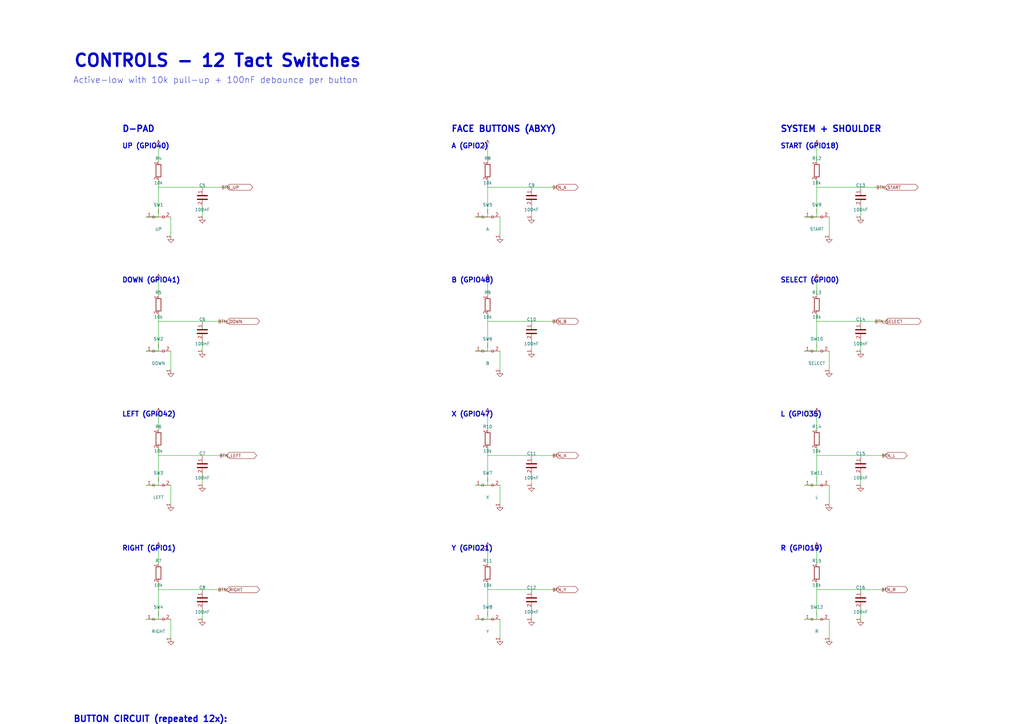
<source format=kicad_sch>
(kicad_sch (version 20231120) (generator "eeschema") (generator_version "9.0")
  (paper "A3")
  (title_block (title "Controls - 12 Buttons (SNES Layout)") (comment 1 "ESP32 Emu Turbo - Handheld Retro Console") (comment 2 "Generated by scripts/generate_schematics"))
  (lib_symbols
    (symbol "SW_Push" (pin_names (offset 1.016) hide)
      (property "Reference" "SW" (at 1.27 2.54 0))
      (property "Value" "SW_Push" (at 0 -1.524 0))
      (symbol "SW_Push_0_1"
        (circle (center -2.032 0) (radius 0.508))
        (circle (center 2.032 0) (radius 0.508))
        (polyline (pts (xy 0 1.524) (xy 0 3.048)))
        (polyline (pts (xy -2.54 0) (xy 2.54 0)))
      )
      (symbol "SW_Push_1_1"
        (pin passive line (at -5.08 0 0) (length 2.54) (name "1") (number "1"))
        (pin passive line (at 5.08 0 180) (length 2.54) (name "2") (number "2"))
      )
    )
    (symbol "R" (pin_names (offset 0) hide)
      (property "Reference" "R" (at 2.032 0 90))
      (property "Value" "R" (at -1.778 0 90))
      (symbol "R_0_1"
        (rectangle (start -1.016 -2.54) (end 1.016 2.54) (stroke (width 0.254)))
      )
      (symbol "R_1_1"
        (pin passive line (at 0 3.81 270) (length 1.27) (name "~") (number "1"))
        (pin passive line (at 0 -3.81 90) (length 1.27) (name "~") (number "2"))
      )
    )
    (symbol "C" (pin_names (offset 0.254) hide)
      (property "Reference" "C" (at 0.635 2.54 0))
      (property "Value" "C" (at 0.635 -2.54 0))
      (symbol "C_0_1"
        (polyline (pts (xy -2.032 -0.762) (xy 2.032 -0.762)) (stroke (width 0.508)))
        (polyline (pts (xy -2.032 0.762) (xy 2.032 0.762)) (stroke (width 0.508)))
      )
      (symbol "C_1_1"
        (pin passive line (at 0 3.81 270) (length 3.048) (name "~") (number "1"))
        (pin passive line (at 0 -3.81 90) (length 3.048) (name "~") (number "2"))
      )
    )
    (symbol "+3V3" (pin_names (offset 0) hide) (in_bom no) (on_board no)
      (property "Value" "+3V3" (at 0 3.81 0))
      (symbol "+3V3_0_1"
        (polyline (pts (xy -0.762 1.27) (xy 0 2.54)))
        (polyline (pts (xy 0 0) (xy 0 2.54)))
        (polyline (pts (xy 0 2.54) (xy 0.762 1.27)))
      )
      (symbol "+3V3_1_1"
        (pin power_in line (at 0 0 90) (length 0) (name "+3V3") (number "1"))
      )
    )
    (symbol "+5V" (pin_names (offset 0) hide) (in_bom no) (on_board no)
      (property "Value" "+5V" (at 0 3.81 0))
      (symbol "+5V_0_1"
        (polyline (pts (xy -0.762 1.27) (xy 0 2.54)))
        (polyline (pts (xy 0 0) (xy 0 2.54)))
        (polyline (pts (xy 0 2.54) (xy 0.762 1.27)))
      )
      (symbol "+5V_1_1"
        (pin power_in line (at 0 0 90) (length 0) (name "+5V") (number "1"))
      )
    )
    (symbol "GND" (pin_names (offset 0) hide) (in_bom no) (on_board no)
      (property "Value" "GND" (at 0 -3.81 0))
      (symbol "GND_0_1"
        (polyline (pts (xy 0 0) (xy 0 -1.27) (xy 1.27 -1.27) (xy 0 -2.54) (xy -1.27 -1.27) (xy 0 -1.27)))
      )
      (symbol "GND_1_1"
        (pin power_in line (at 0 0 270) (length 0) (name "GND") (number "1"))
      )
    )
  )
  (text "CONTROLS - 12 Tact Switches" (at 30 25 0) (effects (font (size 5 5) bold) (justify left)))
  (text "Active-low with 10k pull-up + 100nF debounce per button" (at 30 33 0) (effects (font (size 2.54 2.54)) (justify left)))
  (text "D-PAD" (at 50 53 0) (effects (font (size 2.54 2.54) bold) (justify left)))
  (text "FACE BUTTONS (ABXY)" (at 185 53 0) (effects (font (size 2.54 2.54) bold) (justify left)))
  (text "SYSTEM + SHOULDER" (at 320 53 0) (effects (font (size 2.54 2.54) bold) (justify left)))
  (text "UP (GPIO40)" (at 50 60 0) (effects (font (size 2 2) bold) (justify left)))
  (symbol (lib_id "R") (at 65 70 0) (unit 1)
    (property "Reference" "R4" (at 65 65 0))
    (property "Value" "10k" (at 65 75 0))
  )
  (symbol (lib_id "+3V3") (at 65 60 0) (unit 1) (in_bom no) (on_board no)
    (property "Reference" "#PWR001" (effects hide))
    (property "Value" "+3V3" (effects hide))
  )
  (wire (pts (xy 65 60) (xy 65 66.19)))
  (symbol (lib_id "C") (at 83 81 0) (unit 1)
    (property "Reference" "C5" (at 83 76 0))
    (property "Value" "100nF" (at 83 86 0))
  )
  (wire (pts (xy 65 73.81) (xy 65 76.81)))
  (wire (pts (xy 65 76.81) (xy 83 76.81)))
  (wire (pts (xy 83 76.81) (xy 83 77.19)))
  (symbol (lib_id "GND") (at 83 89 0) (unit 1) (in_bom no) (on_board no)
    (property "Reference" "#PWR002" (effects hide))
    (property "Value" "GND" (effects hide))
  )
  (wire (pts (xy 83 84.81) (xy 83 89)))
  (symbol (lib_id "SW_Push") (at 65 89 0) (unit 1)
    (property "Reference" "SW1" (at 65 84 0))
    (property "Value" "UP" (at 65 94 0))
  )
  (wire (pts (xy 65 76.81) (xy 65 89)))
  (wire (pts (xy 65 89) (xy 59.92 89)))
  (symbol (lib_id "GND") (at 70.08 97 0) (unit 1) (in_bom no) (on_board no)
    (property "Reference" "#PWR003" (effects hide))
    (property "Value" "GND" (effects hide))
  )
  (wire (pts (xy 70.08 89) (xy 70.08 97)))
  (global_label "BTN_UP" (shape bidirectional) (at 93 76.81 0))
  (wire (pts (xy 83 76.81) (xy 93 76.81)))
  (text "DOWN (GPIO41)" (at 50 115 0) (effects (font (size 2 2) bold) (justify left)))
  (symbol (lib_id "R") (at 65 125 0) (unit 1)
    (property "Reference" "R5" (at 65 120 0))
    (property "Value" "10k" (at 65 130 0))
  )
  (symbol (lib_id "+3V3") (at 65 115 0) (unit 1) (in_bom no) (on_board no)
    (property "Reference" "#PWR004" (effects hide))
    (property "Value" "+3V3" (effects hide))
  )
  (wire (pts (xy 65 115) (xy 65 121.19)))
  (symbol (lib_id "C") (at 83 136 0) (unit 1)
    (property "Reference" "C6" (at 83 131 0))
    (property "Value" "100nF" (at 83 141 0))
  )
  (wire (pts (xy 65 128.81) (xy 65 131.81)))
  (wire (pts (xy 65 131.81) (xy 83 131.81)))
  (wire (pts (xy 83 131.81) (xy 83 132.19)))
  (symbol (lib_id "GND") (at 83 144 0) (unit 1) (in_bom no) (on_board no)
    (property "Reference" "#PWR005" (effects hide))
    (property "Value" "GND" (effects hide))
  )
  (wire (pts (xy 83 139.81) (xy 83 144)))
  (symbol (lib_id "SW_Push") (at 65 144 0) (unit 1)
    (property "Reference" "SW2" (at 65 139 0))
    (property "Value" "DOWN" (at 65 149 0))
  )
  (wire (pts (xy 65 131.81) (xy 65 144)))
  (wire (pts (xy 65 144) (xy 59.92 144)))
  (symbol (lib_id "GND") (at 70.08 152 0) (unit 1) (in_bom no) (on_board no)
    (property "Reference" "#PWR006" (effects hide))
    (property "Value" "GND" (effects hide))
  )
  (wire (pts (xy 70.08 144) (xy 70.08 152)))
  (global_label "BTN_DOWN" (shape bidirectional) (at 93 131.81 0))
  (wire (pts (xy 83 131.81) (xy 93 131.81)))
  (text "LEFT (GPIO42)" (at 50 170 0) (effects (font (size 2 2) bold) (justify left)))
  (symbol (lib_id "R") (at 65 180 0) (unit 1)
    (property "Reference" "R6" (at 65 175 0))
    (property "Value" "10k" (at 65 185 0))
  )
  (symbol (lib_id "+3V3") (at 65 170 0) (unit 1) (in_bom no) (on_board no)
    (property "Reference" "#PWR007" (effects hide))
    (property "Value" "+3V3" (effects hide))
  )
  (wire (pts (xy 65 170) (xy 65 176.19)))
  (symbol (lib_id "C") (at 83 191 0) (unit 1)
    (property "Reference" "C7" (at 83 186 0))
    (property "Value" "100nF" (at 83 196 0))
  )
  (wire (pts (xy 65 183.81) (xy 65 186.81)))
  (wire (pts (xy 65 186.81) (xy 83 186.81)))
  (wire (pts (xy 83 186.81) (xy 83 187.19)))
  (symbol (lib_id "GND") (at 83 199 0) (unit 1) (in_bom no) (on_board no)
    (property "Reference" "#PWR008" (effects hide))
    (property "Value" "GND" (effects hide))
  )
  (wire (pts (xy 83 194.81) (xy 83 199)))
  (symbol (lib_id "SW_Push") (at 65 199 0) (unit 1)
    (property "Reference" "SW3" (at 65 194 0))
    (property "Value" "LEFT" (at 65 204 0))
  )
  (wire (pts (xy 65 186.81) (xy 65 199)))
  (wire (pts (xy 65 199) (xy 59.92 199)))
  (symbol (lib_id "GND") (at 70.08 207 0) (unit 1) (in_bom no) (on_board no)
    (property "Reference" "#PWR009" (effects hide))
    (property "Value" "GND" (effects hide))
  )
  (wire (pts (xy 70.08 199) (xy 70.08 207)))
  (global_label "BTN_LEFT" (shape bidirectional) (at 93 186.81 0))
  (wire (pts (xy 83 186.81) (xy 93 186.81)))
  (text "RIGHT (GPIO1)" (at 50 225 0) (effects (font (size 2 2) bold) (justify left)))
  (symbol (lib_id "R") (at 65 235 0) (unit 1)
    (property "Reference" "R7" (at 65 230 0))
    (property "Value" "10k" (at 65 240 0))
  )
  (symbol (lib_id "+3V3") (at 65 225 0) (unit 1) (in_bom no) (on_board no)
    (property "Reference" "#PWR010" (effects hide))
    (property "Value" "+3V3" (effects hide))
  )
  (wire (pts (xy 65 225) (xy 65 231.19)))
  (symbol (lib_id "C") (at 83 246 0) (unit 1)
    (property "Reference" "C8" (at 83 241 0))
    (property "Value" "100nF" (at 83 251 0))
  )
  (wire (pts (xy 65 238.81) (xy 65 241.81)))
  (wire (pts (xy 65 241.81) (xy 83 241.81)))
  (wire (pts (xy 83 241.81) (xy 83 242.19)))
  (symbol (lib_id "GND") (at 83 254 0) (unit 1) (in_bom no) (on_board no)
    (property "Reference" "#PWR011" (effects hide))
    (property "Value" "GND" (effects hide))
  )
  (wire (pts (xy 83 249.81) (xy 83 254)))
  (symbol (lib_id "SW_Push") (at 65 254 0) (unit 1)
    (property "Reference" "SW4" (at 65 249 0))
    (property "Value" "RIGHT" (at 65 259 0))
  )
  (wire (pts (xy 65 241.81) (xy 65 254)))
  (wire (pts (xy 65 254) (xy 59.92 254)))
  (symbol (lib_id "GND") (at 70.08 262 0) (unit 1) (in_bom no) (on_board no)
    (property "Reference" "#PWR012" (effects hide))
    (property "Value" "GND" (effects hide))
  )
  (wire (pts (xy 70.08 254) (xy 70.08 262)))
  (global_label "BTN_RIGHT" (shape bidirectional) (at 93 241.81 0))
  (wire (pts (xy 83 241.81) (xy 93 241.81)))
  (text "A (GPIO2)" (at 185 60 0) (effects (font (size 2 2) bold) (justify left)))
  (symbol (lib_id "R") (at 200 70 0) (unit 1)
    (property "Reference" "R8" (at 200 65 0))
    (property "Value" "10k" (at 200 75 0))
  )
  (symbol (lib_id "+3V3") (at 200 60 0) (unit 1) (in_bom no) (on_board no)
    (property "Reference" "#PWR013" (effects hide))
    (property "Value" "+3V3" (effects hide))
  )
  (wire (pts (xy 200 60) (xy 200 66.19)))
  (symbol (lib_id "C") (at 218 81 0) (unit 1)
    (property "Reference" "C9" (at 218 76 0))
    (property "Value" "100nF" (at 218 86 0))
  )
  (wire (pts (xy 200 73.81) (xy 200 76.81)))
  (wire (pts (xy 200 76.81) (xy 218 76.81)))
  (wire (pts (xy 218 76.81) (xy 218 77.19)))
  (symbol (lib_id "GND") (at 218 89 0) (unit 1) (in_bom no) (on_board no)
    (property "Reference" "#PWR014" (effects hide))
    (property "Value" "GND" (effects hide))
  )
  (wire (pts (xy 218 84.81) (xy 218 89)))
  (symbol (lib_id "SW_Push") (at 200 89 0) (unit 1)
    (property "Reference" "SW5" (at 200 84 0))
    (property "Value" "A" (at 200 94 0))
  )
  (wire (pts (xy 200 76.81) (xy 200 89)))
  (wire (pts (xy 200 89) (xy 194.92 89)))
  (symbol (lib_id "GND") (at 205.08 97 0) (unit 1) (in_bom no) (on_board no)
    (property "Reference" "#PWR015" (effects hide))
    (property "Value" "GND" (effects hide))
  )
  (wire (pts (xy 205.08 89) (xy 205.08 97)))
  (global_label "BTN_A" (shape bidirectional) (at 228 76.81 0))
  (wire (pts (xy 218 76.81) (xy 228 76.81)))
  (text "B (GPIO48)" (at 185 115 0) (effects (font (size 2 2) bold) (justify left)))
  (symbol (lib_id "R") (at 200 125 0) (unit 1)
    (property "Reference" "R9" (at 200 120 0))
    (property "Value" "10k" (at 200 130 0))
  )
  (symbol (lib_id "+3V3") (at 200 115 0) (unit 1) (in_bom no) (on_board no)
    (property "Reference" "#PWR016" (effects hide))
    (property "Value" "+3V3" (effects hide))
  )
  (wire (pts (xy 200 115) (xy 200 121.19)))
  (symbol (lib_id "C") (at 218 136 0) (unit 1)
    (property "Reference" "C10" (at 218 131 0))
    (property "Value" "100nF" (at 218 141 0))
  )
  (wire (pts (xy 200 128.81) (xy 200 131.81)))
  (wire (pts (xy 200 131.81) (xy 218 131.81)))
  (wire (pts (xy 218 131.81) (xy 218 132.19)))
  (symbol (lib_id "GND") (at 218 144 0) (unit 1) (in_bom no) (on_board no)
    (property "Reference" "#PWR017" (effects hide))
    (property "Value" "GND" (effects hide))
  )
  (wire (pts (xy 218 139.81) (xy 218 144)))
  (symbol (lib_id "SW_Push") (at 200 144 0) (unit 1)
    (property "Reference" "SW6" (at 200 139 0))
    (property "Value" "B" (at 200 149 0))
  )
  (wire (pts (xy 200 131.81) (xy 200 144)))
  (wire (pts (xy 200 144) (xy 194.92 144)))
  (symbol (lib_id "GND") (at 205.08 152 0) (unit 1) (in_bom no) (on_board no)
    (property "Reference" "#PWR018" (effects hide))
    (property "Value" "GND" (effects hide))
  )
  (wire (pts (xy 205.08 144) (xy 205.08 152)))
  (global_label "BTN_B" (shape bidirectional) (at 228 131.81 0))
  (wire (pts (xy 218 131.81) (xy 228 131.81)))
  (text "X (GPIO47)" (at 185 170 0) (effects (font (size 2 2) bold) (justify left)))
  (symbol (lib_id "R") (at 200 180 0) (unit 1)
    (property "Reference" "R10" (at 200 175 0))
    (property "Value" "10k" (at 200 185 0))
  )
  (symbol (lib_id "+3V3") (at 200 170 0) (unit 1) (in_bom no) (on_board no)
    (property "Reference" "#PWR019" (effects hide))
    (property "Value" "+3V3" (effects hide))
  )
  (wire (pts (xy 200 170) (xy 200 176.19)))
  (symbol (lib_id "C") (at 218 191 0) (unit 1)
    (property "Reference" "C11" (at 218 186 0))
    (property "Value" "100nF" (at 218 196 0))
  )
  (wire (pts (xy 200 183.81) (xy 200 186.81)))
  (wire (pts (xy 200 186.81) (xy 218 186.81)))
  (wire (pts (xy 218 186.81) (xy 218 187.19)))
  (symbol (lib_id "GND") (at 218 199 0) (unit 1) (in_bom no) (on_board no)
    (property "Reference" "#PWR020" (effects hide))
    (property "Value" "GND" (effects hide))
  )
  (wire (pts (xy 218 194.81) (xy 218 199)))
  (symbol (lib_id "SW_Push") (at 200 199 0) (unit 1)
    (property "Reference" "SW7" (at 200 194 0))
    (property "Value" "X" (at 200 204 0))
  )
  (wire (pts (xy 200 186.81) (xy 200 199)))
  (wire (pts (xy 200 199) (xy 194.92 199)))
  (symbol (lib_id "GND") (at 205.08 207 0) (unit 1) (in_bom no) (on_board no)
    (property "Reference" "#PWR021" (effects hide))
    (property "Value" "GND" (effects hide))
  )
  (wire (pts (xy 205.08 199) (xy 205.08 207)))
  (global_label "BTN_X" (shape bidirectional) (at 228 186.81 0))
  (wire (pts (xy 218 186.81) (xy 228 186.81)))
  (text "Y (GPIO21)" (at 185 225 0) (effects (font (size 2 2) bold) (justify left)))
  (symbol (lib_id "R") (at 200 235 0) (unit 1)
    (property "Reference" "R11" (at 200 230 0))
    (property "Value" "10k" (at 200 240 0))
  )
  (symbol (lib_id "+3V3") (at 200 225 0) (unit 1) (in_bom no) (on_board no)
    (property "Reference" "#PWR022" (effects hide))
    (property "Value" "+3V3" (effects hide))
  )
  (wire (pts (xy 200 225) (xy 200 231.19)))
  (symbol (lib_id "C") (at 218 246 0) (unit 1)
    (property "Reference" "C12" (at 218 241 0))
    (property "Value" "100nF" (at 218 251 0))
  )
  (wire (pts (xy 200 238.81) (xy 200 241.81)))
  (wire (pts (xy 200 241.81) (xy 218 241.81)))
  (wire (pts (xy 218 241.81) (xy 218 242.19)))
  (symbol (lib_id "GND") (at 218 254 0) (unit 1) (in_bom no) (on_board no)
    (property "Reference" "#PWR023" (effects hide))
    (property "Value" "GND" (effects hide))
  )
  (wire (pts (xy 218 249.81) (xy 218 254)))
  (symbol (lib_id "SW_Push") (at 200 254 0) (unit 1)
    (property "Reference" "SW8" (at 200 249 0))
    (property "Value" "Y" (at 200 259 0))
  )
  (wire (pts (xy 200 241.81) (xy 200 254)))
  (wire (pts (xy 200 254) (xy 194.92 254)))
  (symbol (lib_id "GND") (at 205.08 262 0) (unit 1) (in_bom no) (on_board no)
    (property "Reference" "#PWR024" (effects hide))
    (property "Value" "GND" (effects hide))
  )
  (wire (pts (xy 205.08 254) (xy 205.08 262)))
  (global_label "BTN_Y" (shape bidirectional) (at 228 241.81 0))
  (wire (pts (xy 218 241.81) (xy 228 241.81)))
  (text "START (GPIO18)" (at 320 60 0) (effects (font (size 2 2) bold) (justify left)))
  (symbol (lib_id "R") (at 335 70 0) (unit 1)
    (property "Reference" "R12" (at 335 65 0))
    (property "Value" "10k" (at 335 75 0))
  )
  (symbol (lib_id "+3V3") (at 335 60 0) (unit 1) (in_bom no) (on_board no)
    (property "Reference" "#PWR025" (effects hide))
    (property "Value" "+3V3" (effects hide))
  )
  (wire (pts (xy 335 60) (xy 335 66.19)))
  (symbol (lib_id "C") (at 353 81 0) (unit 1)
    (property "Reference" "C13" (at 353 76 0))
    (property "Value" "100nF" (at 353 86 0))
  )
  (wire (pts (xy 335 73.81) (xy 335 76.81)))
  (wire (pts (xy 335 76.81) (xy 353 76.81)))
  (wire (pts (xy 353 76.81) (xy 353 77.19)))
  (symbol (lib_id "GND") (at 353 89 0) (unit 1) (in_bom no) (on_board no)
    (property "Reference" "#PWR026" (effects hide))
    (property "Value" "GND" (effects hide))
  )
  (wire (pts (xy 353 84.81) (xy 353 89)))
  (symbol (lib_id "SW_Push") (at 335 89 0) (unit 1)
    (property "Reference" "SW9" (at 335 84 0))
    (property "Value" "START" (at 335 94 0))
  )
  (wire (pts (xy 335 76.81) (xy 335 89)))
  (wire (pts (xy 335 89) (xy 329.92 89)))
  (symbol (lib_id "GND") (at 340.08 97 0) (unit 1) (in_bom no) (on_board no)
    (property "Reference" "#PWR027" (effects hide))
    (property "Value" "GND" (effects hide))
  )
  (wire (pts (xy 340.08 89) (xy 340.08 97)))
  (global_label "BTN_START" (shape bidirectional) (at 363 76.81 0))
  (wire (pts (xy 353 76.81) (xy 363 76.81)))
  (text "SELECT (GPIO0)" (at 320 115 0) (effects (font (size 2 2) bold) (justify left)))
  (symbol (lib_id "R") (at 335 125 0) (unit 1)
    (property "Reference" "R13" (at 335 120 0))
    (property "Value" "10k" (at 335 130 0))
  )
  (symbol (lib_id "+3V3") (at 335 115 0) (unit 1) (in_bom no) (on_board no)
    (property "Reference" "#PWR028" (effects hide))
    (property "Value" "+3V3" (effects hide))
  )
  (wire (pts (xy 335 115) (xy 335 121.19)))
  (symbol (lib_id "C") (at 353 136 0) (unit 1)
    (property "Reference" "C14" (at 353 131 0))
    (property "Value" "100nF" (at 353 141 0))
  )
  (wire (pts (xy 335 128.81) (xy 335 131.81)))
  (wire (pts (xy 335 131.81) (xy 353 131.81)))
  (wire (pts (xy 353 131.81) (xy 353 132.19)))
  (symbol (lib_id "GND") (at 353 144 0) (unit 1) (in_bom no) (on_board no)
    (property "Reference" "#PWR029" (effects hide))
    (property "Value" "GND" (effects hide))
  )
  (wire (pts (xy 353 139.81) (xy 353 144)))
  (symbol (lib_id "SW_Push") (at 335 144 0) (unit 1)
    (property "Reference" "SW10" (at 335 139 0))
    (property "Value" "SELECT" (at 335 149 0))
  )
  (wire (pts (xy 335 131.81) (xy 335 144)))
  (wire (pts (xy 335 144) (xy 329.92 144)))
  (symbol (lib_id "GND") (at 340.08 152 0) (unit 1) (in_bom no) (on_board no)
    (property "Reference" "#PWR030" (effects hide))
    (property "Value" "GND" (effects hide))
  )
  (wire (pts (xy 340.08 144) (xy 340.08 152)))
  (global_label "BTN_SELECT" (shape bidirectional) (at 363 131.81 0))
  (wire (pts (xy 353 131.81) (xy 363 131.81)))
  (text "L (GPIO35)" (at 320 170 0) (effects (font (size 2 2) bold) (justify left)))
  (symbol (lib_id "R") (at 335 180 0) (unit 1)
    (property "Reference" "R14" (at 335 175 0))
    (property "Value" "10k" (at 335 185 0))
  )
  (symbol (lib_id "+3V3") (at 335 170 0) (unit 1) (in_bom no) (on_board no)
    (property "Reference" "#PWR031" (effects hide))
    (property "Value" "+3V3" (effects hide))
  )
  (wire (pts (xy 335 170) (xy 335 176.19)))
  (symbol (lib_id "C") (at 353 191 0) (unit 1)
    (property "Reference" "C15" (at 353 186 0))
    (property "Value" "100nF" (at 353 196 0))
  )
  (wire (pts (xy 335 183.81) (xy 335 186.81)))
  (wire (pts (xy 335 186.81) (xy 353 186.81)))
  (wire (pts (xy 353 186.81) (xy 353 187.19)))
  (symbol (lib_id "GND") (at 353 199 0) (unit 1) (in_bom no) (on_board no)
    (property "Reference" "#PWR032" (effects hide))
    (property "Value" "GND" (effects hide))
  )
  (wire (pts (xy 353 194.81) (xy 353 199)))
  (symbol (lib_id "SW_Push") (at 335 199 0) (unit 1)
    (property "Reference" "SW11" (at 335 194 0))
    (property "Value" "L" (at 335 204 0))
  )
  (wire (pts (xy 335 186.81) (xy 335 199)))
  (wire (pts (xy 335 199) (xy 329.92 199)))
  (symbol (lib_id "GND") (at 340.08 207 0) (unit 1) (in_bom no) (on_board no)
    (property "Reference" "#PWR033" (effects hide))
    (property "Value" "GND" (effects hide))
  )
  (wire (pts (xy 340.08 199) (xy 340.08 207)))
  (global_label "BTN_L" (shape bidirectional) (at 363 186.81 0))
  (wire (pts (xy 353 186.81) (xy 363 186.81)))
  (text "R (GPIO19)" (at 320 225 0) (effects (font (size 2 2) bold) (justify left)))
  (symbol (lib_id "R") (at 335 235 0) (unit 1)
    (property "Reference" "R15" (at 335 230 0))
    (property "Value" "10k" (at 335 240 0))
  )
  (symbol (lib_id "+3V3") (at 335 225 0) (unit 1) (in_bom no) (on_board no)
    (property "Reference" "#PWR034" (effects hide))
    (property "Value" "+3V3" (effects hide))
  )
  (wire (pts (xy 335 225) (xy 335 231.19)))
  (symbol (lib_id "C") (at 353 246 0) (unit 1)
    (property "Reference" "C16" (at 353 241 0))
    (property "Value" "100nF" (at 353 251 0))
  )
  (wire (pts (xy 335 238.81) (xy 335 241.81)))
  (wire (pts (xy 335 241.81) (xy 353 241.81)))
  (wire (pts (xy 353 241.81) (xy 353 242.19)))
  (symbol (lib_id "GND") (at 353 254 0) (unit 1) (in_bom no) (on_board no)
    (property "Reference" "#PWR035" (effects hide))
    (property "Value" "GND" (effects hide))
  )
  (wire (pts (xy 353 249.81) (xy 353 254)))
  (symbol (lib_id "SW_Push") (at 335 254 0) (unit 1)
    (property "Reference" "SW12" (at 335 249 0))
    (property "Value" "R" (at 335 259 0))
  )
  (wire (pts (xy 335 241.81) (xy 335 254)))
  (wire (pts (xy 335 254) (xy 329.92 254)))
  (symbol (lib_id "GND") (at 340.08 262 0) (unit 1) (in_bom no) (on_board no)
    (property "Reference" "#PWR036" (effects hide))
    (property "Value" "GND" (effects hide))
  )
  (wire (pts (xy 340.08 254) (xy 340.08 262)))
  (global_label "BTN_R" (shape bidirectional) (at 363 241.81 0))
  (wire (pts (xy 353 241.81) (xy 363 241.81)))
  (text "BUTTON CIRCUIT (repeated 12x):" (at 30 295 0) (effects (font (size 2.54 2.54) bold) (justify left)))
  (text "+3V3 --[10k R]-- junction --[100nF C]-- GND" (at 30 303 0) (effects (font (size 2.54 2.54)) (justify left)))
  (text "                     |" (at 30 309 0) (effects (font (size 2.54 2.54)) (justify left)))
  (text "                     +-- [SW_Push] -- GND" (at 30 315 0) (effects (font (size 2.54 2.54)) (justify left)))
  (text "                     |" (at 30 321 0) (effects (font (size 2.54 2.54)) (justify left)))
  (text "                     +-- GPIO (global label)" (at 30 327 0) (effects (font (size 2.54 2.54)) (justify left)))
  (text "Idle = HIGH (3.3V via pull-up), Pressed = LOW (grounded)" (at 30 335 0) (effects (font (size 2.54 2.54)) (justify left)))
)
</source>
